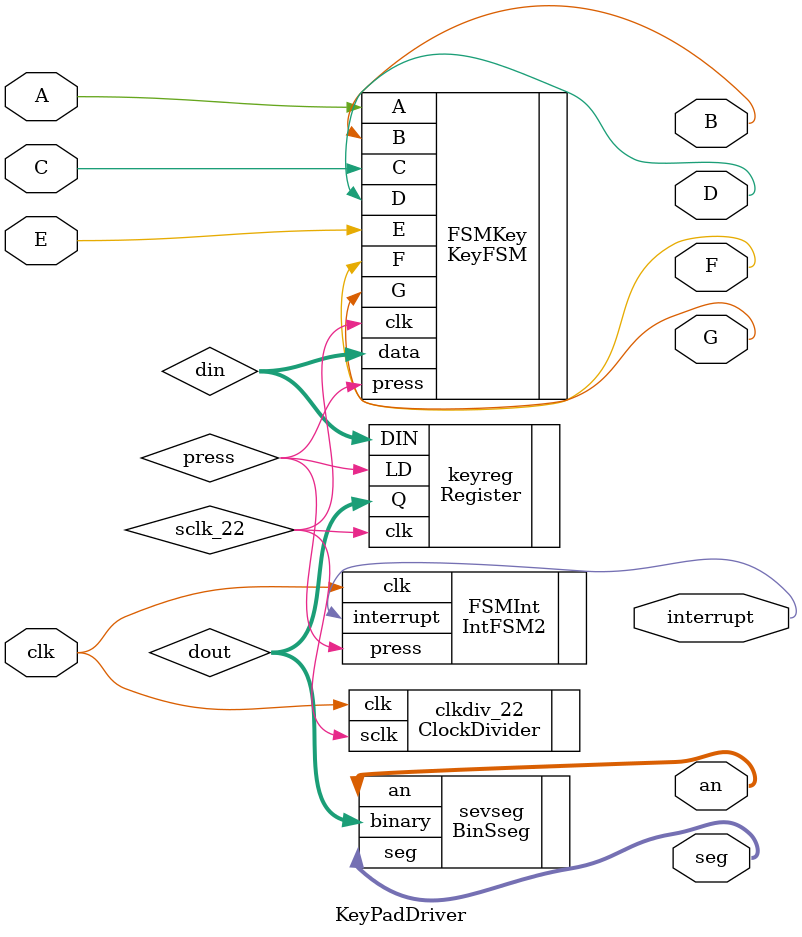
<source format=sv>
`timescale 1ns / 1ps

module KeyPadDriver(input clk, C, A, E,
                    output [6:0] seg,
                    output [3:0] an,
                    output logic B, G, F, D ,
                    output interrupt);                    
    // logic i;
    // assign interrupt = i;
    logic press, sclk_22;
    logic [3:0] din, dout;
    // logic [21:0] count;
    // logic [1:0] count2;
    // localparam MAX_COUNT = 2272727;

    ClockDivider clkdiv_22(
        .clk(clk),
        .sclk(sclk_22)
        );

    KeyFSM FSMKey(
        .clk(sclk_22),
        .C(C),
        .A(A),
        .E(E),
        .B(B),
        .G(G),
        .F(F),
        .D(D),
        .press(press),
        .data(din)
        );
                
    IntFSM2 FSMInt(
        .clk(clk),
        .press(press),
        .interrupt(interrupt)
        );

    Register keyreg(
        .clk(sclk_22),
        .LD(press),
        .DIN(din),
        .Q(dout)
        );

    BinSseg sevseg(
        .binary(dout),
        .seg(seg),
        .an(an)
        );                    
                  
endmodule
</source>
